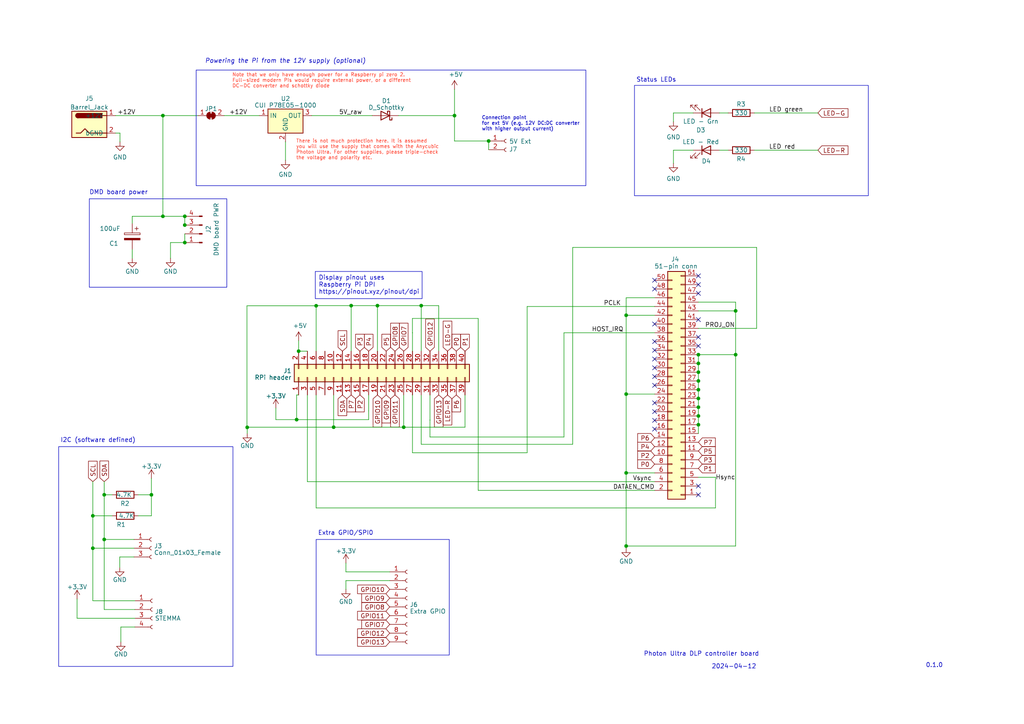
<source format=kicad_sch>
(kicad_sch (version 20230121) (generator eeschema)
  (paper "A4")
  (lib_symbols
    (symbol "Connector:Barrel_Jack" (pin_names (offset 1.016))
      (property "Reference" "J?" (at 0 7.5098 0))
      (property "Value" "Barrel_Jack" (at 0 4.9729 0))
      (symbol "Barrel_Jack_1_1"
        (pin passive line (at 7.62 2.54 180) (length 2.54) (name "+12V") (number "1"))
        (pin passive line (at 7.62 -2.54 180) (length 2.54) (name "bGND") (number "2"))
      )
    )
    (symbol "Connector:Conn_01x02_Socket" (pin_names (offset 1.016) hide)
      (property "Reference" "J" (at 0 2.54 0))
      (property "Value" "Conn_01x02_Socket" (at 0 -5.08 0))
      (symbol "Conn_01x02_Socket_1_1"
        (pin passive line (at -5.08 0 0) (length 3.81) (name "Pin_1") (number "1"))
        (pin passive line (at -5.08 -2.54 0) (length 3.81) (name "Pin_2") (number "2"))
      )
    )
    (symbol "Connector:Conn_01x03_Female" (pin_names (offset 1.016) hide)
      (property "Reference" "J?" (at -0.635 6.697 0))
      (property "Value" "Conn_01x03_Female" (at -0.635 4.1601 0))
      (symbol "Conn_01x03_Female_1_1"
        (pin passive line (at -5.08 2.54 0) (length 3.81) (name "dGND") (number "1"))
        (pin passive line (at -5.08 0 0) (length 3.81) (name "SCL") (number "2"))
        (pin passive line (at -5.08 -2.54 0) (length 3.81) (name "SDA") (number "3"))
      )
    )
    (symbol "Connector:Conn_01x04_Pin" (pin_names (offset 1.016) hide)
      (property "Reference" "J" (at 0 5.08 0))
      (property "Value" "Conn_01x04_Pin" (at 0 -7.62 0))
      (symbol "Conn_01x04_Pin_1_1"
        (pin passive line (at 5.08 2.54 180) (length 3.81) (name "Pin_1") (number "1"))
        (pin passive line (at 5.08 0 180) (length 3.81) (name "Pin_2") (number "2"))
        (pin passive line (at 5.08 -2.54 180) (length 3.81) (name "Pin_3") (number "3"))
        (pin passive line (at 5.08 -5.08 180) (length 3.81) (name "Pin_4") (number "4"))
      )
    )
    (symbol "Connector:Conn_01x04_Socket" (pin_names (offset 1.016) hide)
      (property "Reference" "J" (at 0 5.08 0))
      (property "Value" "Conn_01x04_Socket" (at 0 -7.62 0))
      (symbol "Conn_01x04_Socket_1_1"
        (pin passive line (at -5.08 2.54 0) (length 3.81) (name "Pin_1") (number "1"))
        (pin passive line (at -5.08 0 0) (length 3.81) (name "Pin_2") (number "2"))
        (pin passive line (at -5.08 -2.54 0) (length 3.81) (name "Pin_3") (number "3"))
        (pin passive line (at -5.08 -5.08 0) (length 3.81) (name "Pin_4") (number "4"))
      )
    )
    (symbol "Connector:Conn_01x09_Socket" (pin_names (offset 1.016) hide)
      (property "Reference" "J" (at 0 12.7 0))
      (property "Value" "Conn_01x09_Socket" (at 0 -12.7 0))
      (symbol "Conn_01x09_Socket_1_1"
        (pin passive line (at -5.08 10.16 0) (length 3.81) (name "Pin_1") (number "1"))
        (pin passive line (at -5.08 7.62 0) (length 3.81) (name "Pin_2") (number "2"))
        (pin passive line (at -5.08 5.08 0) (length 3.81) (name "Pin_3") (number "3"))
        (pin passive line (at -5.08 2.54 0) (length 3.81) (name "Pin_4") (number "4"))
        (pin passive line (at -5.08 0 0) (length 3.81) (name "Pin_5") (number "5"))
        (pin passive line (at -5.08 -2.54 0) (length 3.81) (name "Pin_6") (number "6"))
        (pin passive line (at -5.08 -5.08 0) (length 3.81) (name "Pin_7") (number "7"))
        (pin passive line (at -5.08 -7.62 0) (length 3.81) (name "Pin_8") (number "8"))
        (pin passive line (at -5.08 -10.16 0) (length 3.81) (name "Pin_9") (number "9"))
      )
    )
    (symbol "Connector_Generic:Conn_02x20_Odd_Even" (pin_names (offset 1.016) hide)
      (property "Reference" "J" (at 1.27 25.4 0))
      (property "Value" "Conn_02x20_Odd_Even" (at 1.27 -27.94 0))
      (symbol "Conn_02x20_Odd_Even_1_1"
        (pin passive line (at -5.08 22.86 0) (length 3.81) (name "Pin_1") (number "1"))
        (pin passive line (at 7.62 12.7 180) (length 3.81) (name "Pin_10") (number "10"))
        (pin passive line (at -5.08 10.16 0) (length 3.81) (name "Pin_11") (number "11"))
        (pin passive line (at 7.62 10.16 180) (length 3.81) (name "Pin_12") (number "12"))
        (pin passive line (at -5.08 7.62 0) (length 3.81) (name "Pin_13") (number "13"))
        (pin passive line (at 7.62 7.62 180) (length 3.81) (name "Pin_14") (number "14"))
        (pin passive line (at -5.08 5.08 0) (length 3.81) (name "Pin_15") (number "15"))
        (pin passive line (at 7.62 5.08 180) (length 3.81) (name "Pin_16") (number "16"))
        (pin passive line (at -5.08 2.54 0) (length 3.81) (name "Pin_17") (number "17"))
        (pin passive line (at 7.62 2.54 180) (length 3.81) (name "Pin_18") (number "18"))
        (pin passive line (at -5.08 0 0) (length 3.81) (name "Pin_19") (number "19"))
        (pin passive line (at 7.62 22.86 180) (length 3.81) (name "Pin_2") (number "2"))
        (pin passive line (at 7.62 0 180) (length 3.81) (name "Pin_20") (number "20"))
        (pin passive line (at -5.08 -2.54 0) (length 3.81) (name "Pin_21") (number "21"))
        (pin passive line (at 7.62 -2.54 180) (length 3.81) (name "Pin_22") (number "22"))
        (pin passive line (at -5.08 -5.08 0) (length 3.81) (name "Pin_23") (number "23"))
        (pin passive line (at 7.62 -5.08 180) (length 3.81) (name "Pin_24") (number "24"))
        (pin passive line (at -5.08 -7.62 0) (length 3.81) (name "Pin_25") (number "25"))
        (pin passive line (at 7.62 -7.62 180) (length 3.81) (name "Pin_26") (number "26"))
        (pin passive line (at -5.08 -10.16 0) (length 3.81) (name "Pin_27") (number "27"))
        (pin passive line (at 7.62 -10.16 180) (length 3.81) (name "Pin_28") (number "28"))
        (pin passive line (at -5.08 -12.7 0) (length 3.81) (name "Pin_29") (number "29"))
        (pin passive line (at -5.08 20.32 0) (length 3.81) (name "Pin_3") (number "3"))
        (pin passive line (at 7.62 -12.7 180) (length 3.81) (name "Pin_30") (number "30"))
        (pin passive line (at -5.08 -15.24 0) (length 3.81) (name "Pin_31") (number "31"))
        (pin passive line (at 7.62 -15.24 180) (length 3.81) (name "Pin_32") (number "32"))
        (pin passive line (at -5.08 -17.78 0) (length 3.81) (name "Pin_33") (number "33"))
        (pin passive line (at 7.62 -17.78 180) (length 3.81) (name "Pin_34") (number "34"))
        (pin passive line (at -5.08 -20.32 0) (length 3.81) (name "Pin_35") (number "35"))
        (pin passive line (at 7.62 -20.32 180) (length 3.81) (name "Pin_36") (number "36"))
        (pin passive line (at -5.08 -22.86 0) (length 3.81) (name "Pin_37") (number "37"))
        (pin passive line (at 7.62 -22.86 180) (length 3.81) (name "Pin_38") (number "38"))
        (pin passive line (at -5.08 -25.4 0) (length 3.81) (name "Pin_39") (number "39"))
        (pin passive line (at 7.62 20.32 180) (length 3.81) (name "Pin_4") (number "4"))
        (pin passive line (at 7.62 -25.4 180) (length 3.81) (name "Pin_40") (number "40"))
        (pin passive line (at -5.08 17.78 0) (length 3.81) (name "Pin_5") (number "5"))
        (pin passive line (at 7.62 17.78 180) (length 3.81) (name "Pin_6") (number "6"))
        (pin passive line (at -5.08 15.24 0) (length 3.81) (name "Pin_7") (number "7"))
        (pin passive line (at 7.62 15.24 180) (length 3.81) (name "Pin_8") (number "8"))
        (pin passive line (at -5.08 12.7 0) (length 3.81) (name "Pin_9") (number "9"))
      )
    )
    (symbol "Connector_Generic:Conn_2Rows-51Pins" (pin_names (offset 1.016) hide)
      (property "Reference" "J?" (at 1.27 35.4498 0))
      (property "Value" "Conn_2Rows-51Pins" (at 1.27 32.9129 0))
      (symbol "Conn_2Rows-51Pins_1_1"
        (pin passive line (at -5.08 30.48 0) (length 3.81) (name "Pin_1") (number "1"))
        (pin passive line (at 7.62 19.05 180) (length 3.81) (name "P2") (number "10"))
        (pin passive line (at -5.08 17.78 0) (length 3.81) (name "P5") (number "11"))
        (pin passive line (at 7.62 16.51 180) (length 3.81) (name "P4") (number "12"))
        (pin passive line (at -5.08 15.24 0) (length 3.81) (name "P7") (number "13"))
        (pin passive line (at 7.62 13.97 180) (length 3.81) (name "P6") (number "14"))
        (pin passive line (at -5.08 12.7 0) (length 3.81) (name "GND") (number "15"))
        (pin passive line (at 7.62 11.43 180) (length 3.81) (name "Pin_16") (number "16"))
        (pin passive line (at -5.08 10.16 0) (length 3.81) (name "Pin_17") (number "17"))
        (pin passive line (at 7.62 8.89 180) (length 3.81) (name "Pin_18") (number "18"))
        (pin passive line (at -5.08 7.62 0) (length 3.81) (name "Pin_19") (number "19"))
        (pin passive line (at 7.62 29.21 180) (length 3.81) (name "DATAEN") (number "2"))
        (pin passive line (at 7.62 6.35 180) (length 3.81) (name "Pin_20") (number "20"))
        (pin passive line (at -5.08 5.08 0) (length 3.81) (name "Pin_21") (number "21"))
        (pin passive line (at 7.62 3.81 180) (length 3.81) (name "Pin_22") (number "22"))
        (pin passive line (at -5.08 2.54 0) (length 3.81) (name "Pin_23") (number "23"))
        (pin passive line (at 7.62 1.27 180) (length 3.81) (name "Pin_24") (number "24"))
        (pin passive line (at -5.08 0 0) (length 3.81) (name "Pin_25") (number "25"))
        (pin passive line (at 7.62 -1.27 180) (length 3.81) (name "Pin_26") (number "26"))
        (pin passive line (at -5.08 -2.54 0) (length 3.81) (name "Pin_27") (number "27"))
        (pin passive line (at 7.62 -3.81 180) (length 3.81) (name "Pin_28") (number "28"))
        (pin passive line (at -5.08 -5.08 0) (length 3.81) (name "Pin_29") (number "29"))
        (pin passive line (at -5.08 27.94 0) (length 3.81) (name "PCLK_ALT") (number "3"))
        (pin passive line (at 7.62 -6.35 180) (length 3.81) (name "Pin_30") (number "30"))
        (pin passive line (at -5.08 -7.62 0) (length 3.81) (name "Pin_31") (number "31"))
        (pin passive line (at 7.62 -8.89 180) (length 3.81) (name "Pin_32") (number "32"))
        (pin passive line (at -5.08 -10.16 0) (length 3.81) (name "Pin_33") (number "33"))
        (pin passive line (at 7.62 -11.43 180) (length 3.81) (name "Pin_34") (number "34"))
        (pin passive line (at -5.08 -12.7 0) (length 3.81) (name "Pin_35") (number "35"))
        (pin passive line (at 7.62 -13.97 180) (length 3.81) (name "Pin_36") (number "36"))
        (pin passive line (at -5.08 -15.24 0) (length 3.81) (name "Pin_37") (number "37"))
        (pin passive line (at 7.62 -16.51 180) (length 3.81) (name "HOST_IRQ") (number "38"))
        (pin passive line (at -5.08 -17.78 0) (length 3.81) (name "GPIO_9") (number "39"))
        (pin passive line (at 7.62 26.67 180) (length 3.81) (name "Vsync") (number "4"))
        (pin passive line (at 7.62 -19.05 180) (length 3.81) (name "Pin_40") (number "40"))
        (pin passive line (at -5.08 -20.32 0) (length 3.81) (name "Pin_41") (number "41"))
        (pin passive line (at 7.62 -21.59 180) (length 3.81) (name "GND") (number "42"))
        (pin passive line (at -5.08 -22.86 0) (length 3.81) (name "GND") (number "43"))
        (pin passive line (at 7.62 -24.13 180) (length 3.81) (name "PCLK") (number "44"))
        (pin passive line (at -5.08 -25.4 0) (length 3.81) (name "GND") (number "45"))
        (pin passive line (at 7.62 -26.67 180) (length 3.81) (name "GND") (number "46"))
        (pin passive line (at -5.08 -27.94 0) (length 3.81) (name "Pin_47") (number "47"))
        (pin passive line (at 7.62 -29.21 180) (length 3.81) (name "Pin_48") (number "48"))
        (pin passive line (at -5.08 -30.48 0) (length 3.81) (name "Pin_49") (number "49"))
        (pin passive line (at -5.08 25.4 0) (length 3.81) (name "Hsync") (number "5"))
        (pin passive line (at 7.62 -31.75 180) (length 3.81) (name "Pin_50") (number "50"))
        (pin passive line (at -5.08 -33.02 0) (length 3.81) (name "Pin_51") (number "51"))
        (pin passive line (at 7.62 24.13 180) (length 3.81) (name "GND") (number "6"))
        (pin passive line (at -5.08 22.86 0) (length 3.81) (name "P1") (number "7"))
        (pin passive line (at 7.62 21.59 180) (length 3.81) (name "P0") (number "8"))
        (pin passive line (at -5.08 20.32 0) (length 3.81) (name "P3") (number "9"))
      )
    )
    (symbol "Converter_DCDC:OKI-78SR-3.3_1.5-W36-C"
      (property "Reference" "U" (at -3.81 3.175 0))
      (property "Value" "OKI-78SR-3.3_1.5-W36-C" (at 0 3.175 0))
      (symbol "OKI-78SR-3.3_1.5-W36-C_1_1"
        (pin power_in line (at -7.62 0 0) (length 2.54) (name "IN") (number "1"))
        (pin power_in line (at 0 -7.62 90) (length 2.54) (name "GND") (number "2"))
        (pin power_out line (at 7.62 0 180) (length 2.54) (name "OUT") (number "3"))
      )
    )
    (symbol "Device:C_Polarized" (pin_numbers hide) (pin_names (offset 0.254))
      (property "Reference" "C" (at 0.635 2.54 0))
      (property "Value" "C_Polarized" (at 0.635 -2.54 0))
      (symbol "C_Polarized_1_1"
        (pin passive line (at 0 3.81 270) (length 2.794) (name "~") (number "1"))
        (pin passive line (at 0 -3.81 90) (length 2.794) (name "~") (number "2"))
      )
    )
    (symbol "Device:D_Schottky" (pin_numbers hide) (pin_names (offset 1.016) hide)
      (property "Reference" "D" (at 0 2.54 0))
      (property "Value" "D_Schottky" (at 0 -2.54 0))
      (symbol "D_Schottky_1_1"
        (pin passive line (at -3.81 0 0) (length 2.54) (name "K") (number "1"))
        (pin passive line (at 3.81 0 180) (length 2.54) (name "A") (number "2"))
      )
    )
    (symbol "Device:LED" (pin_numbers hide) (pin_names (offset 1.016) hide)
      (property "Reference" "D" (at 0 2.54 0))
      (property "Value" "LED" (at 0 -2.54 0))
      (symbol "LED_1_1"
        (pin passive line (at -3.81 0 0) (length 2.54) (name "K") (number "1"))
        (pin passive line (at 3.81 0 180) (length 2.54) (name "A") (number "2"))
      )
    )
    (symbol "Device:R" (pin_numbers hide) (pin_names (offset 0))
      (property "Reference" "R" (at 2.032 0 90))
      (property "Value" "R" (at 0 0 90))
      (symbol "R_1_1"
        (pin passive line (at 0 3.81 270) (length 1.27) (name "~") (number "1"))
        (pin passive line (at 0 -3.81 90) (length 1.27) (name "~") (number "2"))
      )
    )
    (symbol "GND_1" (power) (pin_numbers hide) (pin_names (offset 0) hide)
      (property "Value" "GND_1" (at 0 -3.81 0))
      (symbol "GND_1_1_1"
        (pin power_in line (at 0 0 270) (length 0) hide (name "GND") (number "1"))
      )
    )
    (symbol "GND_10" (power) (pin_numbers hide) (pin_names (offset 0) hide)
      (property "Value" "GND_10" (at 0 -3.81 0))
      (symbol "GND_10_1_1"
        (pin power_in line (at 0 0 270) (length 0) hide (name "GND") (number "1"))
      )
    )
    (symbol "GND_11" (power) (pin_numbers hide) (pin_names (offset 0) hide)
      (property "Value" "GND_11" (at 0 -3.81 0))
      (symbol "GND_11_1_1"
        (pin power_in line (at 0 0 270) (length 0) hide (name "GND") (number "1"))
      )
    )
    (symbol "GND_12" (power) (pin_numbers hide) (pin_names (offset 0) hide)
      (property "Value" "GND_12" (at 0 -3.81 0))
      (symbol "GND_12_1_1"
        (pin power_in line (at 0 0 270) (length 0) hide (name "GND") (number "1"))
      )
    )
    (symbol "GND_5" (power) (pin_numbers hide) (pin_names (offset 0) hide)
      (property "Value" "GND_5" (at 0 -3.81 0))
      (symbol "GND_5_1_1"
        (pin power_in line (at 0 0 270) (length 0) hide (name "GND") (number "1"))
      )
    )
    (symbol "GND_6" (power) (pin_numbers hide) (pin_names (offset 0) hide)
      (property "Value" "GND_6" (at 0 -3.81 0))
      (symbol "GND_6_1_1"
        (pin power_in line (at 0 0 270) (length 0) hide (name "GND") (number "1"))
      )
    )
    (symbol "GND_7" (power) (pin_numbers hide) (pin_names (offset 0) hide)
      (property "Value" "GND_7" (at 0 -3.81 0))
      (symbol "GND_7_1_1"
        (pin power_in line (at 0 0 270) (length 0) hide (name "GND") (number "1"))
      )
    )
    (symbol "GND_8" (power) (pin_numbers hide) (pin_names (offset 0) hide)
      (property "Value" "GND_8" (at 0 -3.81 0))
      (symbol "GND_8_1_1"
        (pin power_in line (at 0 0 270) (length 0) hide (name "GND") (number "1"))
      )
    )
    (symbol "Jumper:SolderJumper_2_Bridged" (pin_names (offset 0) hide)
      (property "Reference" "JP" (at 0 2.032 0))
      (property "Value" "SolderJumper_2_Bridged" (at 0 -2.54 0))
      (symbol "SolderJumper_2_Bridged_1_1"
        (pin passive line (at -3.81 0 0) (length 2.54) (name "A") (number "1"))
        (pin passive line (at 3.81 0 180) (length 2.54) (name "B") (number "2"))
      )
    )
    (symbol "power:+3.3V" (power) (pin_numbers hide) (pin_names (offset 0) hide)
      (property "Value" "+3.3V" (at 0 3.556 0))
      (symbol "+3.3V_1_1"
        (pin power_in line (at 0 0 90) (length 0) hide (name "+3.3V") (number "1"))
      )
    )
    (symbol "power:+5V" (power) (pin_numbers hide) (pin_names (offset 0) hide)
      (property "Value" "+5V" (at 0 3.556 0))
      (symbol "+5V_1_1"
        (pin power_in line (at 0 0 90) (length 0) hide (name "+5V") (number "1"))
      )
    )
  )
  (junction (at 117.094 123.9094))
  (junction (at 26.924 159.004))
  (junction (at 181.61 91.44))
  (junction (at 202.565 123.19))
  (junction (at 86.0331 121.707))
  (junction (at 53.594 70.358))
  (junction (at 101.854 88.646))
  (junction (at 181.61 158.369))
  (junction (at 47.244 33.528))
  (junction (at 202.565 113.03))
  (junction (at 86.614 101.854))
  (junction (at 47.244 62.738))
  (junction (at 181.61 137.16))
  (junction (at 53.594 62.738))
  (junction (at 202.565 120.65))
  (junction (at 202.565 105.41))
  (junction (at 202.565 110.49))
  (junction (at 131.826 33.528))
  (junction (at 141.732 40.894))
  (junction (at 202.565 115.57))
  (junction (at 71.7024 123.952))
  (junction (at 202.565 118.11))
  (junction (at 109.474 88.646))
  (junction (at 181.61 114.3))
  (junction (at 26.924 149.606))
  (junction (at 91.694 88.6886))
  (junction (at 213.36 90.17))
  (junction (at 30.226 156.464))
  (junction (at 202.565 102.87))
  (junction (at 213.36 102.87))
  (junction (at 96.774 123.9094))
  (junction (at 122.174 88.646))
  (junction (at 202.565 107.95))
  (junction (at 53.594 65.278))
  (junction (at 43.9126 143.51))
  (junction (at 30.226 143.51))
  (no_connect (at 202.565 140.97))
  (no_connect (at 189.865 106.68))
  (no_connect (at 189.865 104.14))
  (no_connect (at 189.865 101.6))
  (no_connect (at 189.865 99.06))
  (no_connect (at 189.865 124.46))
  (no_connect (at 189.865 121.92))
  (no_connect (at 189.865 119.38))
  (no_connect (at 189.865 116.84))
  (no_connect (at 189.865 111.76))
  (no_connect (at 189.865 109.22))
  (no_connect (at 202.565 100.33))
  (no_connect (at 202.565 97.79))
  (no_connect (at 202.565 82.55))
  (no_connect (at 189.865 81.28))
  (no_connect (at 189.865 83.82))
  (no_connect (at 202.565 85.09))
  (no_connect (at 202.565 92.71))
  (no_connect (at 202.565 80.01))
  (no_connect (at 202.565 143.51))
  (no_connect (at 189.865 93.98))
  (wire (pts (xy 91.694 88.6886) (xy 71.628 88.6886)))
  (wire (pts (xy 202.565 105.41) (xy 202.565 102.87)))
  (wire (pts (xy 43.9126 149.606) (xy 40.132 149.606)))
  (wire (pts (xy 38.862 161.544) (xy 34.7351 161.544)))
  (wire (pts (xy 207.518 147.32) (xy 207.518 138.43)))
  (wire (pts (xy 26.924 139.7) (xy 26.924 149.606)))
  (wire (pts (xy 91.694 88.6886) (xy 91.694 101.854)))
  (wire (pts (xy 213.36 158.369) (xy 181.61 158.369)))
  (wire (pts (xy 86.0331 121.707) (xy 86.0331 114.554)))
  (wire (pts (xy 100.33 165.862) (xy 113.03 165.862)))
  (wire (pts (xy 22.352 173.736) (xy 22.352 179.324)))
  (wire (pts (xy 181.61 91.44) (xy 189.865 91.44)))
  (wire (pts (xy 101.854 88.646) (xy 91.694 88.646)))
  (wire (pts (xy 71.628 123.952) (xy 71.7024 123.952)))
  (wire (pts (xy 181.61 158.369) (xy 181.61 159.004)))
  (wire (pts (xy 119.634 96.52) (xy 119.634 101.854)))
  (wire (pts (xy 26.924 174.244) (xy 39.116 174.244)))
  (wire (pts (xy 202.565 102.87) (xy 213.36 102.87)))
  (wire (pts (xy 201.041 43.561) (xy 195.326 43.561)))
  (wire (pts (xy 141.732 40.894) (xy 131.826 40.894)))
  (wire (pts (xy 53.594 70.358) (xy 49.4507 70.358)))
  (wire (pts (xy 127.254 101.854) (xy 127.254 88.646)))
  (wire (pts (xy 141.732 40.894) (xy 141.732 43.434)))
  (wire (pts (xy 117.094 114.554) (xy 117.094 123.9094)))
  (wire (pts (xy 71.7024 123.952) (xy 71.7024 125.7256)))
  (wire (pts (xy 202.565 87.63) (xy 213.36 87.63)))
  (wire (pts (xy 119.6236 96.52) (xy 119.634 96.52)))
  (wire (pts (xy 35.052 181.864) (xy 35.052 186.182)))
  (wire (pts (xy 91.694 114.554) (xy 91.694 147.32)))
  (wire (pts (xy 80.01 121.707) (xy 86.0331 121.707)))
  (wire (pts (xy 106.934 119.1517) (xy 106.934 114.554)))
  (wire (pts (xy 181.61 114.3) (xy 189.865 114.3)))
  (wire (pts (xy 47.244 33.528) (xy 47.244 62.738)))
  (wire (pts (xy 34.7351 161.544) (xy 34.7351 164.592)))
  (wire (pts (xy 26.924 159.004) (xy 26.924 174.244)))
  (wire (pts (xy 213.36 102.87) (xy 213.36 158.369)))
  (wire (pts (xy 122.174 101.854) (xy 122.174 88.646)))
  (wire (pts (xy 90.424 33.528) (xy 107.95 33.528)))
  (wire (pts (xy 80.01 118.364) (xy 80.01 121.707)))
  (wire (pts (xy 134.874 114.554) (xy 134.874 123.9094)))
  (wire (pts (xy 43.9126 138.7587) (xy 43.9126 143.51)))
  (wire (pts (xy 86.0331 121.707) (xy 106.9276 121.707)))
  (wire (pts (xy 34.798 38.608) (xy 34.798 41.148)))
  (wire (pts (xy 202.565 125.73) (xy 202.565 123.19)))
  (wire (pts (xy 202.565 95.25) (xy 219.456 95.25)))
  (wire (pts (xy 202.565 113.03) (xy 202.565 110.49)))
  (wire (pts (xy 39.116 181.864) (xy 35.052 181.864)))
  (wire (pts (xy 138.7007 92.3642) (xy 138.7007 142.24)))
  (wire (pts (xy 202.565 110.49) (xy 202.565 107.95)))
  (wire (pts (xy 166.1097 71.7676) (xy 219.456 71.7676)))
  (wire (pts (xy 122.174 88.646) (xy 109.474 88.646)))
  (wire (pts (xy 181.61 114.3) (xy 181.61 137.16)))
  (wire (pts (xy 124.7077 126.746) (xy 163.576 126.746)))
  (wire (pts (xy 195.326 43.561) (xy 195.326 47.371)))
  (wire (pts (xy 115.57 33.528) (xy 131.826 33.528)))
  (wire (pts (xy 122.174 123.698) (xy 122.174 114.554)))
  (wire (pts (xy 218.821 32.766) (xy 237.236 32.766)))
  (wire (pts (xy 53.594 62.738) (xy 53.594 65.278)))
  (wire (pts (xy 30.226 143.51) (xy 30.226 156.464)))
  (wire (pts (xy 181.61 137.16) (xy 189.865 137.16)))
  (wire (pts (xy 30.226 176.784) (xy 39.116 176.784)))
  (wire (pts (xy 124.7077 121.8278) (xy 124.714 121.8278)))
  (wire (pts (xy 131.826 25.908) (xy 131.826 33.528)))
  (wire (pts (xy 106.9276 119.1517) (xy 106.9276 121.707)))
  (wire (pts (xy 237.236 43.561) (xy 218.821 43.561)))
  (wire (pts (xy 65.024 33.528) (xy 75.184 33.528)))
  (wire (pts (xy 181.61 86.36) (xy 181.61 91.44)))
  (wire (pts (xy 119.634 131.318) (xy 152.8918 131.318)))
  (wire (pts (xy 181.61 86.36) (xy 189.865 86.36)))
  (wire (pts (xy 109.474 101.854) (xy 109.474 88.646)))
  (wire (pts (xy 109.474 88.646) (xy 101.854 88.646)))
  (wire (pts (xy 43.9126 143.51) (xy 43.9126 149.606)))
  (wire (pts (xy 43.9126 143.51) (xy 40.132 143.51)))
  (wire (pts (xy 86.0331 114.554) (xy 86.614 114.554)))
  (wire (pts (xy 101.854 101.854) (xy 101.854 88.646)))
  (wire (pts (xy 181.61 137.16) (xy 181.61 158.369)))
  (wire (pts (xy 163.576 126.746) (xy 163.576 96.52)))
  (wire (pts (xy 119.6236 96.52) (xy 119.6236 92.3642)))
  (wire (pts (xy 91.694 88.6886) (xy 91.694 88.646)))
  (wire (pts (xy 30.226 156.464) (xy 30.226 176.784)))
  (wire (pts (xy 166.1097 128.8702) (xy 166.1097 71.7676)))
  (wire (pts (xy 208.661 43.561) (xy 211.201 43.561)))
  (wire (pts (xy 91.694 147.32) (xy 207.518 147.32)))
  (wire (pts (xy 30.226 156.464) (xy 38.862 156.464)))
  (wire (pts (xy 122.1677 123.698) (xy 122.1677 128.8702)))
  (wire (pts (xy 202.565 120.65) (xy 202.565 118.11)))
  (wire (pts (xy 22.352 179.324) (xy 39.116 179.324)))
  (wire (pts (xy 26.924 149.606) (xy 26.924 159.004)))
  (wire (pts (xy 71.7024 123.9094) (xy 96.774 123.9094)))
  (wire (pts (xy 117.094 123.9094) (xy 134.874 123.9094)))
  (wire (pts (xy 122.1677 128.8702) (xy 166.1097 128.8702)))
  (wire (pts (xy 127.254 88.646) (xy 122.174 88.646)))
  (wire (pts (xy 30.226 143.51) (xy 32.512 143.51)))
  (wire (pts (xy 89.154 139.7) (xy 189.865 139.7)))
  (wire (pts (xy 89.154 114.554) (xy 89.154 139.7)))
  (wire (pts (xy 38.354 74.93) (xy 38.354 72.39)))
  (wire (pts (xy 53.594 67.818) (xy 53.594 70.358)))
  (wire (pts (xy 71.7024 123.952) (xy 71.7024 123.9094)))
  (wire (pts (xy 202.565 115.57) (xy 202.565 113.03)))
  (wire (pts (xy 202.565 123.19) (xy 202.565 120.65)))
  (wire (pts (xy 33.528 33.528) (xy 47.244 33.528)))
  (wire (pts (xy 26.924 159.004) (xy 38.862 159.004)))
  (wire (pts (xy 181.61 91.44) (xy 181.61 114.3)))
  (wire (pts (xy 38.354 62.738) (xy 47.244 62.738)))
  (wire (pts (xy 117.094 123.9094) (xy 96.774 123.9094)))
  (wire (pts (xy 33.528 38.608) (xy 34.798 38.608)))
  (wire (pts (xy 152.8918 88.9) (xy 189.865 88.9)))
  (wire (pts (xy 100.33 168.402) (xy 100.33 170.942)))
  (wire (pts (xy 100.33 168.402) (xy 113.03 168.402)))
  (wire (pts (xy 71.628 88.6886) (xy 71.628 123.952)))
  (wire (pts (xy 119.6236 92.3642) (xy 138.7007 92.3642)))
  (wire (pts (xy 124.7077 121.8278) (xy 124.7077 126.746)))
  (wire (pts (xy 53.594 65.278) (xy 53.594 65.532)))
  (wire (pts (xy 213.36 90.17) (xy 213.36 102.87)))
  (wire (pts (xy 100.33 165.862) (xy 100.33 163.322)))
  (wire (pts (xy 163.576 96.52) (xy 189.865 96.52)))
  (wire (pts (xy 138.7007 142.24) (xy 189.865 142.24)))
  (wire (pts (xy 30.226 139.7) (xy 30.226 143.51)))
  (wire (pts (xy 47.244 33.528) (xy 57.404 33.528)))
  (wire (pts (xy 124.714 121.8278) (xy 124.714 114.554)))
  (wire (pts (xy 47.244 62.738) (xy 53.594 62.738)))
  (wire (pts (xy 26.924 149.606) (xy 32.512 149.606)))
  (wire (pts (xy 213.36 87.63) (xy 213.36 90.17)))
  (wire (pts (xy 82.804 41.148) (xy 82.804 46.482)))
  (wire (pts (xy 219.456 95.25) (xy 219.456 71.7676)))
  (wire (pts (xy 201.041 32.766) (xy 195.326 32.766)))
  (wire (pts (xy 152.8918 131.318) (xy 152.8918 88.9)))
  (wire (pts (xy 202.565 118.11) (xy 202.565 115.57)))
  (wire (pts (xy 202.565 90.17) (xy 213.36 90.17)))
  (wire (pts (xy 202.565 107.95) (xy 202.565 105.41)))
  (wire (pts (xy 195.326 32.766) (xy 195.326 35.306)))
  (wire (pts (xy 86.614 101.854) (xy 89.154 101.854)))
  (wire (pts (xy 38.354 62.738) (xy 38.354 64.77)))
  (wire (pts (xy 106.9276 119.1517) (xy 106.934 119.1517)))
  (wire (pts (xy 122.1677 123.698) (xy 122.174 123.698)))
  (wire (pts (xy 207.518 138.43) (xy 202.565 138.43)))
  (wire (pts (xy 86.614 98.806) (xy 86.614 101.854)))
  (wire (pts (xy 119.634 114.554) (xy 119.634 131.318)))
  (wire (pts (xy 49.4507 70.358) (xy 49.4507 74.9234)))
  (wire (pts (xy 96.774 123.9094) (xy 96.774 114.554)))
  (wire (pts (xy 208.661 32.766) (xy 211.201 32.766)))
  (wire (pts (xy 131.826 40.894) (xy 131.826 33.528)))
  (rectangle (start 17.018 129.54) (end 67.564 193.294))
  (rectangle (start 56.896 20.32) (end 169.926 53.848))
  (rectangle (start 25.908 57.658) (end 65.786 83.312))
  (rectangle (start 91.694 156.464) (end 130.302 189.992))
  (rectangle (start 184.023 24.765) (end 251.841 56.769))
  (text_box "Display pinout uses\nRaspberry Pi DPI\nhttps://pinout.xyz/pinout/dpi" (at 91.44 78.74 0) (size 30.988 7.874) (effects (font (size 1.27 1.27)) (justify left top)))
  (text "Extra GPIO/SPI0" (at 92.202 155.448 0) (effects (font (size 1.27 1.27)) (justify left bottom)))
  (text "There is not much protection here. It is assumed\nyou will use the supply that comes with the Anycubic\nPhoton Ultra. For other supplies, please triple-check\nthe voltage and polarity etc. " (at 85.852 46.482 0) (effects (font (size 1 1)) (justify left bottom)))
  (text "Connection point\nfor ext 5V (e.g. 12V DC:DC converter\nwith higher output current)" (at 139.7 38.1 0) (effects (font (size 1 1)) (justify left bottom)))
  (text "Powering the Pi from the 12V supply (optional)" (at 59.436 18.542 0) (effects (font (size 1.27 1.27) italic) (justify left bottom)))
  (text "Status LEDs\n" (at 184.531 24.003 0) (effects (font (size 1.27 1.27)) (justify left bottom)))
  (text "Note that we only have enough power for a Raspberry pi zero 2.\nFull-sized modern PIs would require external power, or a different\nDC-DC converter and schottky diode" (at 67.31 25.654 0) (effects (font (size 1 1)) (justify left bottom)))
  (text "DMD board power\n" (at 25.908 56.642 0) (effects (font (size 1.27 1.27)) (justify left bottom)))
  (text "I2C (software defined)\n" (at 17.526 128.524 0) (effects (font (size 1.27 1.27)) (justify left bottom)))
  (text "Photon Ultra DLP controller board\n" (at 186.69 190.5 0) (effects (font (size 1.27 1.27)) (justify left bottom)))
  (text "2024-04-12\n\n" (at 206.375 196.215 0) (effects (font (size 1.27 1.27)) (justify left bottom)))
  (text "0.1.0\n" (at 268.478 193.802 0) (effects (font (size 1.27 1.27)) (justify left bottom)))
  (label "PCLK" (at 180.1173 88.9 180))
  (label "Hsync" (at 207.518 139.446 0))
  (label "LED green" (at 223.0718 32.766 0))
  (label "DATAEN_CMD" (at 177.8 142.24 0))
  (label "PROJ_ON" (at 204.47 95.25 0))
  (label "+12V" (at 34.036 33.528 0))
  (label "+12V" (at 66.4667 33.528 0))
  (label "Vsync" (at 183.515 139.7 0))
  (label "LED red" (at 223.0246 43.561 0))
  (label "5V_raw" (at 98.3188 33.528 0))
  (label "HOST_IRQ" (at 171.6186 96.52 0))
  (global_label "GPIO8" (shape input) (at 113.03 176.022 180) (property "Intersheetrefs" "${INTERSHEET_REFS}" (effects hide)))
  (global_label "LED-G" (shape input) (at 129.794 101.854 90) (property "Intersheetrefs" "${INTERSHEET_REFS}" (effects hide)))
  (global_label "P5" (shape input) (at 112.014 101.854 90) (property "Intersheetrefs" "${INTERSHEET_REFS}" (effects hide)))
  (global_label "SDA" (shape input) (at 99.314 114.554 270) (property "Intersheetrefs" "${INTERSHEET_REFS}" (effects hide)))
  (global_label "P1" (shape input) (at 202.565 135.89 0) (property "Intersheetrefs" "${INTERSHEET_REFS}" (effects hide)))
  (global_label "P3" (shape input) (at 104.394 101.854 90) (property "Intersheetrefs" "${INTERSHEET_REFS}" (effects hide)))
  (global_label "GPIO11" (shape input) (at 113.03 178.562 180) (property "Intersheetrefs" "${INTERSHEET_REFS}" (effects hide)))
  (global_label "P4" (shape input) (at 189.865 129.54 180) (property "Intersheetrefs" "${INTERSHEET_REFS}" (effects hide)))
  (global_label "GPIO11" (shape input) (at 114.554 114.554 270) (property "Intersheetrefs" "${INTERSHEET_REFS}" (effects hide)))
  (global_label "P7" (shape input) (at 202.565 128.27 0) (property "Intersheetrefs" "${INTERSHEET_REFS}" (effects hide)))
  (global_label "GPIO9" (shape input) (at 113.03 173.482 180) (property "Intersheetrefs" "${INTERSHEET_REFS}" (effects hide)))
  (global_label "GPIO10" (shape input) (at 109.474 114.554 270) (property "Intersheetrefs" "${INTERSHEET_REFS}" (effects hide)))
  (global_label "GPIO13" (shape input) (at 113.03 186.182 180) (property "Intersheetrefs" "${INTERSHEET_REFS}" (effects hide)))
  (global_label "P3" (shape input) (at 202.565 133.35 0) (property "Intersheetrefs" "${INTERSHEET_REFS}" (effects hide)))
  (global_label "P5" (shape input) (at 202.565 130.81 0) (property "Intersheetrefs" "${INTERSHEET_REFS}" (effects hide)))
  (global_label "P2" (shape input) (at 104.394 114.554 270) (property "Intersheetrefs" "${INTERSHEET_REFS}" (effects hide)))
  (global_label "P1" (shape input) (at 134.874 101.854 90) (property "Intersheetrefs" "${INTERSHEET_REFS}" (effects hide)))
  (global_label "SCL" (shape input) (at 26.924 139.7 90) (property "Intersheetrefs" "${INTERSHEET_REFS}" (effects hide)))
  (global_label "LED-G" (shape input) (at 237.236 32.766 0) (property "Intersheetrefs" "${INTERSHEET_REFS}" (effects hide)))
  (global_label "P4" (shape input) (at 106.934 101.854 90) (property "Intersheetrefs" "${INTERSHEET_REFS}" (effects hide)))
  (global_label "P6" (shape input) (at 189.865 127 180) (property "Intersheetrefs" "${INTERSHEET_REFS}" (effects hide)))
  (global_label "GPIO7" (shape input) (at 117.094 101.854 90) (property "Intersheetrefs" "${INTERSHEET_REFS}" (effects hide)))
  (global_label "SDA" (shape input) (at 30.226 139.7 90) (property "Intersheetrefs" "${INTERSHEET_REFS}" (effects hide)))
  (global_label "SCL" (shape input) (at 99.314 101.854 90) (property "Intersheetrefs" "${INTERSHEET_REFS}" (effects hide)))
  (global_label "GPIO9" (shape input) (at 112.014 114.554 270) (property "Intersheetrefs" "${INTERSHEET_REFS}" (effects hide)))
  (global_label "LED-R" (shape input) (at 129.794 114.554 270) (property "Intersheetrefs" "${INTERSHEET_REFS}" (effects hide)))
  (global_label "GPIO13" (shape input) (at 127.254 114.554 270) (property "Intersheetrefs" "${INTERSHEET_REFS}" (effects hide)))
  (global_label "P0" (shape input) (at 189.865 134.62 180) (property "Intersheetrefs" "${INTERSHEET_REFS}" (effects hide)))
  (global_label "P0" (shape input) (at 132.334 101.854 90) (property "Intersheetrefs" "${INTERSHEET_REFS}" (effects hide)))
  (global_label "P6" (shape input) (at 132.334 114.554 270) (property "Intersheetrefs" "${INTERSHEET_REFS}" (effects hide)))
  (global_label "GPIO8" (shape input) (at 114.554 101.854 90) (property "Intersheetrefs" "${INTERSHEET_REFS}" (effects hide)))
  (global_label "P2" (shape input) (at 189.865 132.08 180) (property "Intersheetrefs" "${INTERSHEET_REFS}" (effects hide)))
  (global_label "GPIO7" (shape input) (at 113.03 181.102 180) (property "Intersheetrefs" "${INTERSHEET_REFS}" (effects hide)))
  (global_label "GPIO10" (shape input) (at 113.03 170.942 180) (property "Intersheetrefs" "${INTERSHEET_REFS}" (effects hide)))
  (global_label "P7" (shape input) (at 101.854 114.554 270) (property "Intersheetrefs" "${INTERSHEET_REFS}" (effects hide)))
  (global_label "GPIO12" (shape input) (at 124.714 101.854 90) (property "Intersheetrefs" "${INTERSHEET_REFS}" (effects hide)))
  (global_label "GPIO12" (shape input) (at 113.03 183.642 180) (property "Intersheetrefs" "${INTERSHEET_REFS}" (effects hide)))
  (global_label "LED-R" (shape input) (at 237.236 43.561 0) (property "Intersheetrefs" "${INTERSHEET_REFS}" (effects hide)))
  (symbol (lib_name "GND_12") (lib_id "power:GND") (at 181.61 159.004 0) (unit 1)
    (property "Reference" "#PWR0103" (effects hide))
    (property "Value" "GND" (at 181.61 162.8124 0))
  )
  (symbol (lib_id "Connector:Conn_01x04_Socket") (at 44.196 176.784 0) (unit 1)
    (property "Reference" "J8" (at 44.9072 177.4103 0) (effects (justify left)))
    (property "Value" "STEMMA" (at 44.9072 179.3313 0) (effects (justify left)))
    (property "Footprint" "Connector_JST:JST_SH_BM04B-SRSS-TB_1x04-1MP_P1.00mm_Vertical" (effects hide))
  )
  (symbol (lib_name "GND_6") (lib_id "power:GND") (at 38.354 74.93 0) (unit 1)
    (property "Reference" "#PWR02" (effects hide))
    (property "Value" "GND" (at 38.354 78.74 0))
  )
  (symbol (lib_name "GND_5") (lib_id "power:GND") (at 35.052 186.182 0) (unit 1)
    (property "Reference" "#PWR09" (effects hide))
    (property "Value" "GND" (at 35.052 189.738 0))
  )
  (symbol (lib_id "Device:R") (at 215.011 43.561 270) (unit 1)
    (property "Reference" "R4" (at 216.281 46.101 90) (effects (justify right)))
    (property "Value" "330" (at 216.916 43.561 90) (effects (justify right)))
    (property "Footprint" "Resistor_SMD:R_1206_3216Metric" (effects hide))
    (property "Datasheet" "https://nl.mouser.com/datasheet/2/315/AOA0000C307-1149632.pdf" (effects hide))
    (property "Mouser" "https://nl.mouser.com/ProductDetail/Panasonic/ERA-8AEB331V?qs=Ojoo2rCVP9RPOWivOTRDqg%3D%3D" (effects hide))
  )
  (symbol (lib_name "GND_7") (lib_id "power:GND") (at 49.4507 74.9234 0) (unit 1)
    (property "Reference" "#PWR0104" (effects hide))
    (property "Value" "GND" (at 49.4507 78.7334 0))
  )
  (symbol (lib_id "Device:LED") (at 204.851 43.561 0) (unit 1)
    (property "Reference" "D4" (at 204.851 46.736 0))
    (property "Value" "LED - Red" (at 203.2635 41.1281 0))
    (property "Footprint" "LED_SMD:LED_0805_2012Metric" (effects hide))
    (property "Datasheet" "https://nl.mouser.com/datasheet/2/445/150080RS75000-3084988.pdf" (effects hide))
    (property "Mouser" "https://nl.mouser.com/ProductDetail/Wurth-Elektronik/150080RS75000?qs=LlUlMxKIyB2jdCo7bnfgew%3D%3D" (effects hide))
  )
  (symbol (lib_id "Jumper:SolderJumper_2_Bridged") (at 61.214 33.528 0) (unit 1)
    (property "Reference" "JP1" (at 61.214 31.5501 0))
    (property "Value" "SolderJumper_2_Bridged" (effects hide))
    (property "Footprint" "Jumper:SolderJumper-2_P1.3mm_Open_TrianglePad1.0x1.5mm" (effects hide))
  )
  (symbol (lib_id "Connector:Conn_01x02_Socket") (at 146.812 40.894 0) (unit 1)
    (property "Reference" "J7" (at 148.8467 43.2901 0))
    (property "Value" "5V Ext" (at 150.8787 41.0041 0))
    (property "Footprint" "Connector_PinSocket_2.54mm:PinSocket_1x02_P2.54mm_Vertical" (effects hide))
  )
  (symbol (lib_id "Device:R") (at 36.322 149.606 90) (unit 1)
    (property "Reference" "R1" (at 33.782 152.146 90) (effects (justify right)))
    (property "Value" "4.7K" (at 34.417 149.606 90) (effects (justify right)))
    (property "Footprint" "Resistor_SMD:R_1206_3216Metric" (effects hide))
    (property "Mouser" "https://nl.mouser.com/ProductDetail/Panasonic/ERA-8AEB472V?qs=Ojoo2rCVP9Sy1lUSq6%252B0Xg%3D%3D" (effects hide))
  )
  (symbol (lib_id "Connector:Barrel_Jack") (at 25.908 36.068 0) (unit 1)
    (property "Reference" "J5" (at 25.908 28.5582 0))
    (property "Value" "Barrel_Jack" (at 25.908 31.0951 0))
    (property "Footprint" "Connector_BarrelJack:BarrelJack_GCT_DCJ200-10-A_Horizontal" (effects hide))
    (property "Datasheet" "https://nl.mouser.com/datasheet/2/670/pj_002b-1778766.pdf" (effects hide))
    (property "Mouser" "https://nl.mouser.com/ProductDetail/CUI-Devices/PJ-002B?qs=WyjlAZoYn50SMITIyTH%252BIw%3D%3D" (effects hide))
  )
  (symbol (lib_id "power:+5V") (at 86.614 98.806 0) (unit 1)
    (property "Reference" "#PWR012" (effects hide))
    (property "Value" "+5V" (at 86.9823 94.4816 0))
  )
  (symbol (lib_name "GND_11") (lib_id "power:GND") (at 195.326 47.371 0) (unit 1)
    (property "Reference" "#PWR05" (effects hide))
    (property "Value" "GND" (at 195.326 51.8144 0))
  )
  (symbol (lib_id "Device:LED") (at 204.851 32.766 0) (mirror x) (unit 1)
    (property "Reference" "D3" (at 203.2635 37.7358 0))
    (property "Value" "LED - Grn" (at 203.2635 35.1989 0))
    (property "Footprint" "LED_SMD:LED_0805_2012Metric" (effects hide))
    (property "Datasheet" "https://nl.mouser.com/datasheet/2/445/150080VS75000-3085206.pdf" (effects hide))
    (property "Mouser" "https://nl.mouser.com/ProductDetail/Wurth-Elektronik/150080VS75000?qs=LlUlMxKIyB0tGHJmO6%252B0ug%3D%3D" (effects hide))
  )
  (symbol (lib_name "GND_1") (lib_id "power:GND") (at 82.804 46.482 0) (unit 1)
    (property "Reference" "#PWR03" (effects hide))
    (property "Value" "GND" (at 82.804 50.6175 0))
  )
  (symbol (lib_id "Device:R") (at 36.322 143.51 270) (unit 1)
    (property "Reference" "R2" (at 37.592 146.05 90) (effects (justify right)))
    (property "Value" "4.7K" (at 38.227 143.51 90) (effects (justify right)))
    (property "Footprint" "Resistor_SMD:R_1206_3216Metric" (effects hide))
    (property "Mouser" "https://nl.mouser.com/ProductDetail/Panasonic/ERA-8AEB472V?qs=Ojoo2rCVP9Sy1lUSq6%252B0Xg%3D%3D" (effects hide))
  )
  (symbol (lib_id "power:+3.3V") (at 43.9126 138.7587 0) (unit 1)
    (property "Reference" "#PWR07" (effects hide))
    (property "Value" "+3.3V" (at 43.9126 135.2568 0))
  )
  (symbol (lib_name "GND_5") (lib_id "power:GND") (at 71.7024 125.7256 0) (unit 1)
    (property "Reference" "#PWR013" (effects hide))
    (property "Value" "GND" (at 71.7024 129.2816 0))
  )
  (symbol (lib_id "power:+3.3V") (at 80.01 118.364 0) (unit 1)
    (property "Reference" "#PWR06" (effects hide))
    (property "Value" "+3.3V" (at 80.01 114.8621 0))
  )
  (symbol (lib_id "power:+3.3V") (at 100.33 163.322 0) (unit 1)
    (property "Reference" "#PWR014" (effects hide))
    (property "Value" "+3.3V" (at 100.33 159.8201 0))
  )
  (symbol (lib_id "Device:D_Schottky") (at 111.76 33.528 180) (unit 1)
    (property "Reference" "D1" (at 112.0775 29.2481 0))
    (property "Value" "D_Schottky" (at 112.0775 31.1691 0))
    (property "Footprint" "Diode_SMD:D_SOD-323_HandSoldering" (effects hide))
    (property "Datasheet" "https://nl.mouser.com/datasheet/2/916/PMEG1020EJ-3081487.pdf" (effects hide))
    (property "Mouser" "771-PMEG1020EJ-T/R" (effects hide))
  )
  (symbol (lib_id "Connector_Generic:Conn_02x20_Odd_Even") (at 109.474 109.474 90) (unit 1)
    (property "Reference" "J1" (at 84.582 107.5603 90) (effects (justify left)))
    (property "Value" "RPi header" (at 84.582 109.4813 90) (effects (justify left)))
    (property "Footprint" "Connector_PinSocket_2.54mm:PinSocket_2x20_P2.54mm_Vertical" (effects hide))
  )
  (symbol (lib_id "power:+5V") (at 131.826 25.908 0) (unit 1)
    (property "Reference" "#PWR011" (effects hide))
    (property "Value" "+5V" (at 132.1943 21.5836 0))
  )
  (symbol (lib_name "GND_10") (lib_id "power:GND") (at 195.326 35.306 0) (mirror y) (unit 1)
    (property "Reference" "#PWR04" (effects hide))
    (property "Value" "GND" (at 195.326 39.7494 0))
  )
  (symbol (lib_id "power:+3.3V") (at 22.352 173.736 0) (unit 1)
    (property "Reference" "#PWR010" (effects hide))
    (property "Value" "+3.3V" (at 22.352 170.2341 0))
  )
  (symbol (lib_name "GND_8") (lib_id "power:GND") (at 34.798 41.148 0) (unit 1)
    (property "Reference" "#PWR01" (effects hide))
    (property "Value" "GND" (at 34.798 45.5914 0))
  )
  (symbol (lib_id "Converter_DCDC:OKI-78SR-3.3_1.5-W36-C") (at 82.804 33.528 0) (unit 1)
    (property "Reference" "U2" (at 82.804 28.6131 0))
    (property "Value" "CUI P78E05-1000" (at 82.804 30.5341 0))
    (property "Footprint" "Converter_DCDC:Converter_DCDC_RECOM_R-78E-0.5_THT" (effects hide))
    (property "Datasheet" "https://power.murata.com/data/power/oki-78sr.pdf" (effects hide))
    (property "Mouser" "490-P78E05-1000" (effects hide))
  )
  (symbol (lib_id "Connector:Conn_01x03_Female") (at 43.942 159.004 0) (unit 1)
    (property "Reference" "J3" (at 44.6532 158.3603 0) (effects (justify left)))
    (property "Value" "Conn_01x03_Female" (at 44.6532 160.2813 0) (effects (justify left)))
    (property "Footprint" "Connector_JST:JST_PH_B3B-PH-SM4-TB_1x03-1MP_P2.00mm_Vertical" (effects hide))
    (property "Mouser" "https://nl.mouser.com/ProductDetail/Adafruit/4389?qs=xZ%2FP%252Ba9zWqbz84%252BdNJD1Eg%3D%3D" (effects hide))
  )
  (symbol (lib_name "GND_5") (lib_id "power:GND") (at 34.7351 164.592 0) (unit 1)
    (property "Reference" "#PWR08" (effects hide))
    (property "Value" "GND" (at 34.7351 168.148 0))
  )
  (symbol (lib_id "Connector:Conn_01x09_Socket") (at 118.11 176.022 0) (unit 1)
    (property "Reference" "J6" (at 118.8212 175.3783 0) (effects (justify left)))
    (property "Value" "Extra GPIO" (at 118.8212 177.2993 0) (effects (justify left)))
    (property "Footprint" "Connector_PinHeader_2.54mm:PinHeader_1x09_P2.54mm_Vertical" (effects hide))
  )
  (symbol (lib_id "Device:C_Polarized") (at 38.354 68.58 0) (mirror y) (unit 1)
    (property "Reference" "C1" (at 31.6707 70.612 0) (effects (justify right)))
    (property "Value" "100uF" (at 28.8767 66.294 0) (effects (justify right)))
    (property "Footprint" "Capacitor_SMD:CP_Elec_6.3x7.7" (effects hide))
    (property "Mouser" "https://nl.mouser.com/ProductDetail/Lelon/VZL101M1ETR-0607?qs=sGAEpiMZZMsh%252B1woXyUXjzRu9w46NtHrSrNa2mMtoFM%3D" (effects hide))
  )
  (symbol (lib_id "Connector_Generic:Conn_2Rows-51Pins") (at 197.485 113.03 180) (unit 1)
    (property "Reference" "J4" (at 195.834 75.184 0))
    (property "Value" "51-pin conn" (at 196.088 77.216 0))
    (property "Footprint" "Connector_FFC-FPC:Molex_502250-5191_2Rows-51Pins-1MP_P0.60mm_Horizontal" (effects hide))
    (property "Datasheet" "https://nl.mouser.com/datasheet/2/185/FH35C_51S_0_3SHW_99__CL0580_2920_9_99_2DDrawing_00-1615199.pdf" (effects hide))
    (property "Mouser" "https://nl.mouser.com/ProductDetail/Hirose-Connector/FH35C-51S-0.3SHW50?qs=zPSbg0dgZogQHnwinvS01w%3D%3D" (effects hide))
    (property "Mouser-id" "798-FH35C51S03SHW50" (effects hide))
  )
  (symbol (lib_id "Device:R") (at 215.011 32.766 270) (mirror x) (unit 1)
    (property "Reference" "R3" (at 216.281 30.226 90) (effects (justify right)))
    (property "Value" "330" (at 216.916 32.766 90) (effects (justify right)))
    (property "Footprint" "Resistor_SMD:R_1206_3216Metric" (effects hide))
    (property "Datasheet" "https://nl.mouser.com/datasheet/2/315/AOA0000C307-1149632.pdf" (effects hide))
    (property "Mouser" "https://nl.mouser.com/ProductDetail/Panasonic/ERA-8AEB331V?qs=Ojoo2rCVP9RPOWivOTRDqg%3D%3D" (effects hide))
  )
  (symbol (lib_id "Connector:Conn_01x04_Pin") (at 58.674 67.818 180) (unit 1)
    (property "Reference" "J2" (at 60.452 66.548 90))
    (property "Value" "DMD board PWR" (at 62.738 66.548 90))
    (property "Footprint" "Connector_JST:JST_PH_B4B-PH-SM4-TB_1x04-1MP_P2.00mm_Vertical" (effects hide))
    (property "Mouser" "https://nl.mouser.com/ProductDetail/Adafruit/4390?qs=xZ%2FP%252Ba9zWqaq7Vo4%2FzdP%252BA%3D%3D" (effects hide))
  )
  (symbol (lib_name "GND_5") (lib_id "power:GND") (at 100.33 170.942 0) (unit 1)
    (property "Reference" "#PWR015" (effects hide))
    (property "Value" "GND" (at 100.33 174.498 0))
  )
)
</source>
